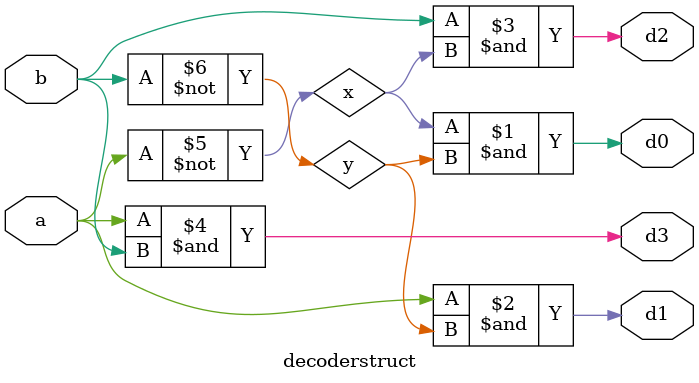
<source format=v>
module testbench;
reg a,b;
wire d0,d1,d2,d3;
decoderstruct DE1(.a(a),.b(b),.d0(d0),.d1(d1),.d2(d2),.d3(d3));
initial
begin
a=1'b0; b=1'b0; 
#1000 a=1'b1; b=1'b0; 
#1000 a=1'b0; b=1'b1; 
#1000 a=1'b1; b=1'b1; 
end
endmodule
module decoderstruct(d0,d1,d2,d3,a,b);
	input a,b;
	output d0,d1,d2,d3;
	wire x,y;
	not(x,a);
	not(y,b);
	and(d0,x,y);
	and(d1,a,y);
	and(d2,b,x);
	and(d3,a,b);
	
endmodule

</source>
